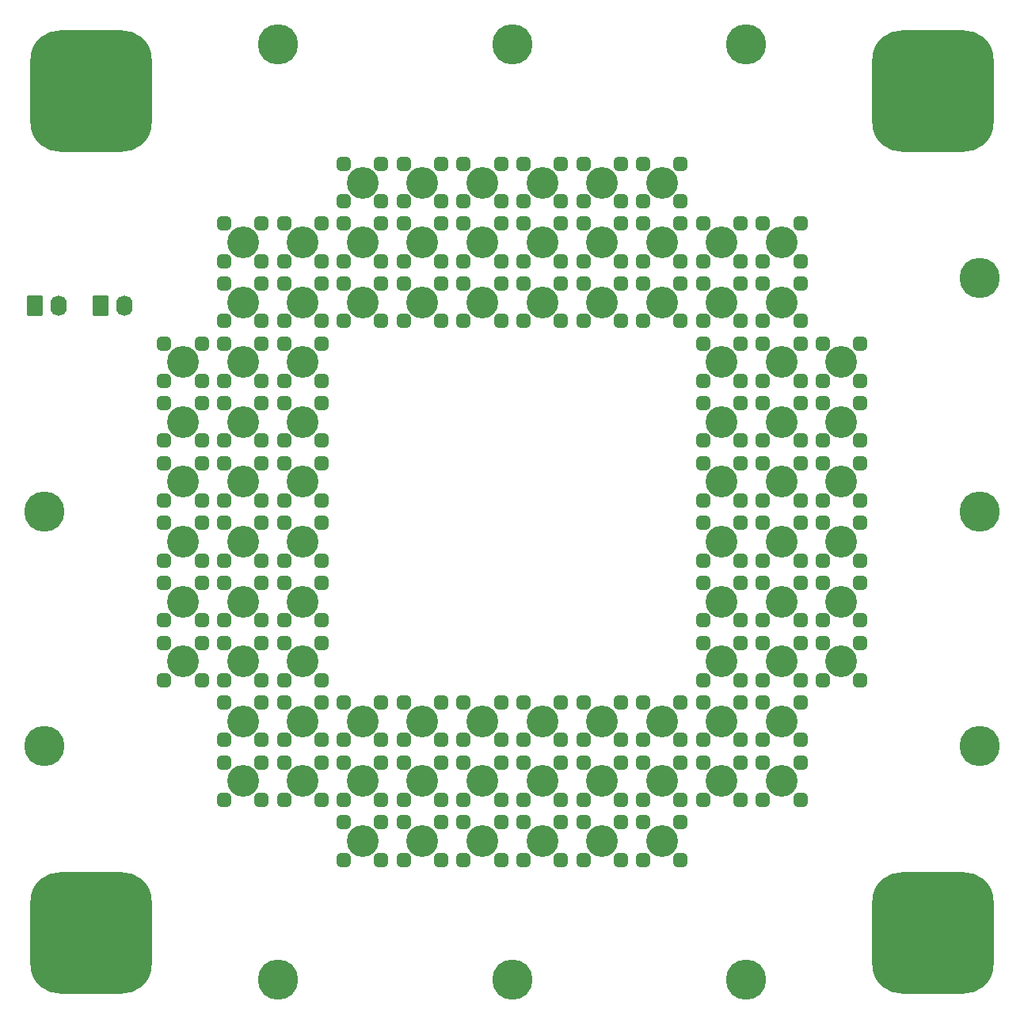
<source format=gbr>
%TF.GenerationSoftware,KiCad,Pcbnew,(6.0.5)*%
%TF.CreationDate,2022-06-16T08:04:58-07:00*%
%TF.ProjectId,LED,4c45442e-6b69-4636-9164-5f7063625858,rev?*%
%TF.SameCoordinates,Original*%
%TF.FileFunction,Soldermask,Top*%
%TF.FilePolarity,Negative*%
%FSLAX46Y46*%
G04 Gerber Fmt 4.6, Leading zero omitted, Abs format (unit mm)*
G04 Created by KiCad (PCBNEW (6.0.5)) date 2022-06-16 08:04:58*
%MOMM*%
%LPD*%
G01*
G04 APERTURE LIST*
G04 Aperture macros list*
%AMRoundRect*
0 Rectangle with rounded corners*
0 $1 Rounding radius*
0 $2 $3 $4 $5 $6 $7 $8 $9 X,Y pos of 4 corners*
0 Add a 4 corners polygon primitive as box body*
4,1,4,$2,$3,$4,$5,$6,$7,$8,$9,$2,$3,0*
0 Add four circle primitives for the rounded corners*
1,1,$1+$1,$2,$3*
1,1,$1+$1,$4,$5*
1,1,$1+$1,$6,$7*
1,1,$1+$1,$8,$9*
0 Add four rect primitives between the rounded corners*
20,1,$1+$1,$2,$3,$4,$5,0*
20,1,$1+$1,$4,$5,$6,$7,0*
20,1,$1+$1,$6,$7,$8,$9,0*
20,1,$1+$1,$8,$9,$2,$3,0*%
G04 Aperture macros list end*
%ADD10RoundRect,0.367500X-0.367500X0.367500X-0.367500X-0.367500X0.367500X-0.367500X0.367500X0.367500X0*%
%ADD11RoundRect,0.367500X0.367500X-0.367500X0.367500X0.367500X-0.367500X0.367500X-0.367500X-0.367500X0*%
%ADD12C,3.400000*%
%ADD13RoundRect,3.250000X-3.250000X-3.250000X3.250000X-3.250000X3.250000X3.250000X-3.250000X3.250000X0*%
%ADD14C,4.300000*%
%ADD15RoundRect,0.367500X-0.367500X-0.367500X0.367500X-0.367500X0.367500X0.367500X-0.367500X0.367500X0*%
%ADD16RoundRect,0.367500X0.367500X0.367500X-0.367500X0.367500X-0.367500X-0.367500X0.367500X-0.367500X0*%
%ADD17RoundRect,0.250000X-0.620000X-0.845000X0.620000X-0.845000X0.620000X0.845000X-0.620000X0.845000X0*%
%ADD18O,1.740000X2.190000*%
G04 APERTURE END LIST*
D10*
%TO.C,D42*%
X180799995Y-81999997D03*
X180799995Y-85999997D03*
D11*
X176799995Y-85999997D03*
X176799995Y-81999997D03*
D12*
X178799995Y-83999997D03*
%TD*%
D13*
%TO.C,U1*%
X194999995Y-144999997D03*
%TD*%
D10*
%TO.C,D47*%
X180799995Y-113999997D03*
X180799995Y-117999997D03*
D11*
X176799995Y-117999997D03*
X176799995Y-113999997D03*
D12*
X178799995Y-115999997D03*
%TD*%
D14*
%TO.C,H10*%
X124999995Y-149999997D03*
%TD*%
D15*
%TO.C,D38*%
X163999995Y-69199997D03*
X167999995Y-69199997D03*
D16*
X167999995Y-73199997D03*
X163999995Y-73199997D03*
D12*
X165999995Y-71199997D03*
%TD*%
D14*
%TO.C,H6*%
X174999995Y-49999997D03*
%TD*%
D17*
%TO.C,J2*%
X98999995Y-77999997D03*
D18*
X101539995Y-77999997D03*
%TD*%
D15*
%TO.C,D3*%
X138399995Y-75599997D03*
X142399995Y-75599997D03*
D16*
X142399995Y-79599997D03*
X138399995Y-79599997D03*
D12*
X140399995Y-77599997D03*
%TD*%
D15*
%TO.C,D2*%
X131999995Y-75599997D03*
X135999995Y-75599997D03*
D16*
X135999995Y-79599997D03*
X131999995Y-79599997D03*
D12*
X133999995Y-77599997D03*
%TD*%
D10*
%TO.C,D48*%
X180799995Y-120399997D03*
X180799995Y-124399997D03*
D11*
X176799995Y-124399997D03*
X176799995Y-120399997D03*
D12*
X178799995Y-122399997D03*
%TD*%
D15*
%TO.C,D1*%
X125599995Y-75599997D03*
X129599995Y-75599997D03*
D16*
X129599995Y-79599997D03*
X125599995Y-79599997D03*
D12*
X127599995Y-77599997D03*
%TD*%
D16*
%TO.C,D55*%
X142399995Y-130799997D03*
X138399995Y-130799997D03*
D15*
X138399995Y-126799997D03*
X142399995Y-126799997D03*
D12*
X140399995Y-128799997D03*
%TD*%
D15*
%TO.C,D4*%
X144799995Y-75599997D03*
X148799995Y-75599997D03*
D16*
X148799995Y-79599997D03*
X144799995Y-79599997D03*
D12*
X146799995Y-77599997D03*
%TD*%
D16*
%TO.C,D82*%
X148799995Y-137199997D03*
X144799995Y-137199997D03*
D15*
X144799995Y-133199997D03*
X148799995Y-133199997D03*
D12*
X146799995Y-135199997D03*
%TD*%
D15*
%TO.C,D32*%
X125599995Y-69199997D03*
X129599995Y-69199997D03*
D16*
X129599995Y-73199997D03*
X125599995Y-73199997D03*
D12*
X127599995Y-71199997D03*
%TD*%
D10*
%TO.C,D76*%
X187199995Y-101199997D03*
X187199995Y-105199997D03*
D11*
X183199995Y-105199997D03*
X183199995Y-101199997D03*
D12*
X185199995Y-103199997D03*
%TD*%
D10*
%TO.C,D75*%
X187199995Y-94799997D03*
X187199995Y-98799997D03*
D11*
X183199995Y-98799997D03*
X183199995Y-94799997D03*
D12*
X185199995Y-96799997D03*
%TD*%
D15*
%TO.C,D70*%
X151199995Y-62799997D03*
X155199995Y-62799997D03*
D16*
X155199995Y-66799997D03*
X151199995Y-66799997D03*
D12*
X153199995Y-64799997D03*
%TD*%
D14*
%TO.C,H2*%
X149999995Y-149999997D03*
%TD*%
D11*
%TO.C,D87*%
X112799995Y-105199997D03*
X112799995Y-101199997D03*
D10*
X116799995Y-101199997D03*
X116799995Y-105199997D03*
D12*
X114799995Y-103199997D03*
%TD*%
D11*
%TO.C,D26*%
X125599995Y-98799997D03*
X125599995Y-94799997D03*
D10*
X129599995Y-94799997D03*
X129599995Y-98799997D03*
D12*
X127599995Y-96799997D03*
%TD*%
D10*
%TO.C,D13*%
X174399995Y-107599997D03*
X174399995Y-111599997D03*
D11*
X170399995Y-111599997D03*
X170399995Y-107599997D03*
D12*
X172399995Y-109599997D03*
%TD*%
D16*
%TO.C,D53*%
X155199995Y-130799997D03*
X151199995Y-130799997D03*
D15*
X151199995Y-126799997D03*
X155199995Y-126799997D03*
D12*
X153199995Y-128799997D03*
%TD*%
D11*
%TO.C,D86*%
X112799995Y-111599997D03*
X112799995Y-107599997D03*
D10*
X116799995Y-107599997D03*
X116799995Y-111599997D03*
D12*
X114799995Y-109599997D03*
%TD*%
D10*
%TO.C,D8*%
X174399995Y-75599997D03*
X174399995Y-79599997D03*
D11*
X170399995Y-79599997D03*
X170399995Y-75599997D03*
D12*
X172399995Y-77599997D03*
%TD*%
D14*
%TO.C,H5*%
X124999995Y-49999997D03*
%TD*%
D11*
%TO.C,D62*%
X119199995Y-105199997D03*
X119199995Y-101199997D03*
D10*
X123199995Y-101199997D03*
X123199995Y-105199997D03*
D12*
X121199995Y-103199997D03*
%TD*%
D14*
%TO.C,H3*%
X149999995Y-49999997D03*
%TD*%
D16*
%TO.C,D65*%
X116799995Y-92399997D03*
X112799995Y-92399997D03*
D15*
X112799995Y-88399997D03*
X116799995Y-88399997D03*
D12*
X114799995Y-90399997D03*
%TD*%
D15*
%TO.C,D7*%
X163999995Y-75599997D03*
X167999995Y-75599997D03*
D16*
X167999995Y-79599997D03*
X163999995Y-79599997D03*
D12*
X165999995Y-77599997D03*
%TD*%
D11*
%TO.C,D25*%
X125599995Y-105199997D03*
X125599995Y-101199997D03*
D10*
X129599995Y-101199997D03*
X129599995Y-105199997D03*
D12*
X127599995Y-103199997D03*
%TD*%
D13*
%TO.C,U2*%
X104999995Y-54999997D03*
%TD*%
D11*
%TO.C,D27*%
X125599995Y-92399997D03*
X125599995Y-88399997D03*
D10*
X129599995Y-88399997D03*
X129599995Y-92399997D03*
D12*
X127599995Y-90399997D03*
%TD*%
D10*
%TO.C,D49*%
X180799995Y-126799997D03*
X180799995Y-130799997D03*
D11*
X176799995Y-130799997D03*
X176799995Y-126799997D03*
D12*
X178799995Y-128799997D03*
%TD*%
D10*
%TO.C,D15*%
X174399995Y-120399997D03*
X174399995Y-124399997D03*
D11*
X170399995Y-124399997D03*
X170399995Y-120399997D03*
D12*
X172399995Y-122399997D03*
%TD*%
D16*
%TO.C,D22*%
X129599995Y-124399997D03*
X125599995Y-124399997D03*
D15*
X125599995Y-120399997D03*
X129599995Y-120399997D03*
D12*
X127599995Y-122399997D03*
%TD*%
D10*
%TO.C,D44*%
X180799995Y-94799997D03*
X180799995Y-98799997D03*
D11*
X176799995Y-98799997D03*
X176799995Y-94799997D03*
D12*
X178799995Y-96799997D03*
%TD*%
D15*
%TO.C,D40*%
X176799995Y-69199997D03*
X180799995Y-69199997D03*
D16*
X180799995Y-73199997D03*
X176799995Y-73199997D03*
D12*
X178799995Y-71199997D03*
%TD*%
D15*
%TO.C,D35*%
X144799995Y-69199997D03*
X148799995Y-69199997D03*
D16*
X148799995Y-73199997D03*
X144799995Y-73199997D03*
D12*
X146799995Y-71199997D03*
%TD*%
D10*
%TO.C,D9*%
X174399995Y-81999997D03*
X174399995Y-85999997D03*
D11*
X170399995Y-85999997D03*
X170399995Y-81999997D03*
D12*
X172399995Y-83999997D03*
%TD*%
D11*
%TO.C,D30*%
X119199995Y-79599997D03*
X119199995Y-75599997D03*
D10*
X123199995Y-75599997D03*
X123199995Y-79599997D03*
D12*
X121199995Y-77599997D03*
%TD*%
D11*
%TO.C,D28*%
X125599995Y-85999997D03*
X125599995Y-81999997D03*
D10*
X129599995Y-81999997D03*
X129599995Y-85999997D03*
D12*
X127599995Y-83999997D03*
%TD*%
D16*
%TO.C,D50*%
X174399995Y-130799997D03*
X170399995Y-130799997D03*
D15*
X170399995Y-126799997D03*
X174399995Y-126799997D03*
D12*
X172399995Y-128799997D03*
%TD*%
D16*
%TO.C,D84*%
X135999995Y-137199997D03*
X131999995Y-137199997D03*
D15*
X131999995Y-133199997D03*
X135999995Y-133199997D03*
D12*
X133999995Y-135199997D03*
%TD*%
D15*
%TO.C,D67*%
X131999995Y-62799997D03*
X135999995Y-62799997D03*
D16*
X135999995Y-66799997D03*
X131999995Y-66799997D03*
D12*
X133999995Y-64799997D03*
%TD*%
D10*
%TO.C,D73*%
X187199995Y-81999997D03*
X187199995Y-85999997D03*
D11*
X183199995Y-85999997D03*
X183199995Y-81999997D03*
D12*
X185199995Y-83999997D03*
%TD*%
D15*
%TO.C,D31*%
X119199995Y-69199997D03*
X123199995Y-69199997D03*
D16*
X123199995Y-73199997D03*
X119199995Y-73199997D03*
D12*
X121199995Y-71199997D03*
%TD*%
D16*
%TO.C,D56*%
X135999995Y-130799997D03*
X131999995Y-130799997D03*
D15*
X131999995Y-126799997D03*
X135999995Y-126799997D03*
D12*
X133999995Y-128799997D03*
%TD*%
D11*
%TO.C,D85*%
X112799995Y-117999997D03*
X112799995Y-113999997D03*
D10*
X116799995Y-113999997D03*
X116799995Y-117999997D03*
D12*
X114799995Y-115999997D03*
%TD*%
D10*
%TO.C,D14*%
X174399995Y-113999997D03*
X174399995Y-117999997D03*
D11*
X170399995Y-117999997D03*
X170399995Y-113999997D03*
D12*
X172399995Y-115999997D03*
%TD*%
D15*
%TO.C,D6*%
X157599995Y-75599997D03*
X161599995Y-75599997D03*
D16*
X161599995Y-79599997D03*
X157599995Y-79599997D03*
D12*
X159599995Y-77599997D03*
%TD*%
D16*
%TO.C,D18*%
X155199995Y-124399997D03*
X151199995Y-124399997D03*
D15*
X151199995Y-120399997D03*
X155199995Y-120399997D03*
D12*
X153199995Y-122399997D03*
%TD*%
D16*
%TO.C,D21*%
X135999995Y-124399997D03*
X131999995Y-124399997D03*
D15*
X131999995Y-120399997D03*
X135999995Y-120399997D03*
D12*
X133999995Y-122399997D03*
%TD*%
D10*
%TO.C,D10*%
X174399995Y-88399997D03*
X174399995Y-92399997D03*
D11*
X170399995Y-92399997D03*
X170399995Y-88399997D03*
D12*
X172399995Y-90399997D03*
%TD*%
D11*
%TO.C,D61*%
X119199995Y-111599997D03*
X119199995Y-107599997D03*
D10*
X123199995Y-107599997D03*
X123199995Y-111599997D03*
D12*
X121199995Y-109599997D03*
%TD*%
D14*
%TO.C,H1*%
X99999995Y-99999997D03*
%TD*%
D16*
%TO.C,D81*%
X155199995Y-137199997D03*
X151199995Y-137199997D03*
D15*
X151199995Y-133199997D03*
X155199995Y-133199997D03*
D12*
X153199995Y-135199997D03*
%TD*%
D17*
%TO.C,J1*%
X105999995Y-77999997D03*
D18*
X108539995Y-77999997D03*
%TD*%
D16*
%TO.C,D80*%
X161599995Y-137199997D03*
X157599995Y-137199997D03*
D15*
X157599995Y-133199997D03*
X161599995Y-133199997D03*
D12*
X159599995Y-135199997D03*
%TD*%
D16*
%TO.C,D29*%
X123199995Y-85999997D03*
X119199995Y-85999997D03*
D15*
X119199995Y-81999997D03*
X123199995Y-81999997D03*
D12*
X121199995Y-83999997D03*
%TD*%
D11*
%TO.C,D64*%
X119199995Y-92399997D03*
X119199995Y-88399997D03*
D10*
X123199995Y-88399997D03*
X123199995Y-92399997D03*
D12*
X121199995Y-90399997D03*
%TD*%
D14*
%TO.C,H12*%
X174999995Y-149999997D03*
%TD*%
D16*
%TO.C,D79*%
X167999995Y-137199997D03*
X163999995Y-137199997D03*
D15*
X163999995Y-133199997D03*
X167999995Y-133199997D03*
D12*
X165999995Y-135199997D03*
%TD*%
D15*
%TO.C,D37*%
X157599995Y-69199997D03*
X161599995Y-69199997D03*
D16*
X161599995Y-73199997D03*
X157599995Y-73199997D03*
D12*
X159599995Y-71199997D03*
%TD*%
D13*
%TO.C,U4*%
X104999995Y-144999997D03*
%TD*%
D14*
%TO.C,H8*%
X199999995Y-124999997D03*
%TD*%
D16*
%TO.C,D83*%
X142399995Y-137199997D03*
X138399995Y-137199997D03*
D15*
X138399995Y-133199997D03*
X142399995Y-133199997D03*
D12*
X140399995Y-135199997D03*
%TD*%
D15*
%TO.C,D72*%
X163999995Y-62799997D03*
X167999995Y-62799997D03*
D16*
X167999995Y-66799997D03*
X163999995Y-66799997D03*
D12*
X165999995Y-64799997D03*
%TD*%
D15*
%TO.C,D33*%
X131999995Y-69199997D03*
X135999995Y-69199997D03*
D16*
X135999995Y-73199997D03*
X131999995Y-73199997D03*
D12*
X133999995Y-71199997D03*
%TD*%
D10*
%TO.C,D78*%
X187199995Y-113999997D03*
X187199995Y-117999997D03*
D11*
X183199995Y-117999997D03*
X183199995Y-113999997D03*
D12*
X185199995Y-115999997D03*
%TD*%
D14*
%TO.C,H4*%
X199999995Y-99999997D03*
%TD*%
D10*
%TO.C,D45*%
X180799995Y-101199997D03*
X180799995Y-105199997D03*
D11*
X176799995Y-105199997D03*
X176799995Y-101199997D03*
D12*
X178799995Y-103199997D03*
%TD*%
D10*
%TO.C,D43*%
X180799995Y-88399997D03*
X180799995Y-92399997D03*
D11*
X176799995Y-92399997D03*
X176799995Y-88399997D03*
D12*
X178799995Y-90399997D03*
%TD*%
D13*
%TO.C,U3*%
X194999995Y-54999997D03*
%TD*%
D10*
%TO.C,D12*%
X174399995Y-101199997D03*
X174399995Y-105199997D03*
D11*
X170399995Y-105199997D03*
X170399995Y-101199997D03*
D12*
X172399995Y-103199997D03*
%TD*%
D15*
%TO.C,D34*%
X138399995Y-69199997D03*
X142399995Y-69199997D03*
D16*
X142399995Y-73199997D03*
X138399995Y-73199997D03*
D12*
X140399995Y-71199997D03*
%TD*%
D16*
%TO.C,D19*%
X148799995Y-124399997D03*
X144799995Y-124399997D03*
D15*
X144799995Y-120399997D03*
X148799995Y-120399997D03*
D12*
X146799995Y-122399997D03*
%TD*%
D14*
%TO.C,H9*%
X199999995Y-74999997D03*
%TD*%
D10*
%TO.C,D74*%
X187199995Y-88399997D03*
X187199995Y-92399997D03*
D11*
X183199995Y-92399997D03*
X183199995Y-88399997D03*
D12*
X185199995Y-90399997D03*
%TD*%
D11*
%TO.C,D60*%
X119199995Y-117999997D03*
X119199995Y-113999997D03*
D10*
X123199995Y-113999997D03*
X123199995Y-117999997D03*
D12*
X121199995Y-115999997D03*
%TD*%
D15*
%TO.C,D69*%
X144799995Y-62799997D03*
X148799995Y-62799997D03*
D16*
X148799995Y-66799997D03*
X144799995Y-66799997D03*
D12*
X146799995Y-64799997D03*
%TD*%
D10*
%TO.C,D11*%
X174399995Y-94799997D03*
X174399995Y-98799997D03*
D11*
X170399995Y-98799997D03*
X170399995Y-94799997D03*
D12*
X172399995Y-96799997D03*
%TD*%
D11*
%TO.C,D59*%
X119199995Y-124399997D03*
X119199995Y-120399997D03*
D10*
X123199995Y-120399997D03*
X123199995Y-124399997D03*
D12*
X121199995Y-122399997D03*
%TD*%
D16*
%TO.C,D16*%
X167999995Y-124399997D03*
X163999995Y-124399997D03*
D15*
X163999995Y-120399997D03*
X167999995Y-120399997D03*
D12*
X165999995Y-122399997D03*
%TD*%
D11*
%TO.C,D88*%
X112799995Y-98799997D03*
X112799995Y-94799997D03*
D10*
X116799995Y-94799997D03*
X116799995Y-98799997D03*
D12*
X114799995Y-96799997D03*
%TD*%
D15*
%TO.C,D36*%
X151199995Y-69199997D03*
X155199995Y-69199997D03*
D16*
X155199995Y-73199997D03*
X151199995Y-73199997D03*
D12*
X153199995Y-71199997D03*
%TD*%
D15*
%TO.C,D39*%
X170399995Y-69199997D03*
X174399995Y-69199997D03*
D16*
X174399995Y-73199997D03*
X170399995Y-73199997D03*
D12*
X172399995Y-71199997D03*
%TD*%
D16*
%TO.C,D52*%
X161599995Y-130799997D03*
X157599995Y-130799997D03*
D15*
X157599995Y-126799997D03*
X161599995Y-126799997D03*
D12*
X159599995Y-128799997D03*
%TD*%
D16*
%TO.C,D54*%
X148799995Y-130799997D03*
X144799995Y-130799997D03*
D15*
X144799995Y-126799997D03*
X148799995Y-126799997D03*
D12*
X146799995Y-128799997D03*
%TD*%
D15*
%TO.C,D71*%
X157599995Y-62799997D03*
X161599995Y-62799997D03*
D16*
X161599995Y-66799997D03*
X157599995Y-66799997D03*
D12*
X159599995Y-64799997D03*
%TD*%
D16*
%TO.C,D57*%
X129599995Y-130799997D03*
X125599995Y-130799997D03*
D15*
X125599995Y-126799997D03*
X129599995Y-126799997D03*
D12*
X127599995Y-128799997D03*
%TD*%
D11*
%TO.C,D66*%
X112799995Y-85999997D03*
X112799995Y-81999997D03*
D10*
X116799995Y-81999997D03*
X116799995Y-85999997D03*
D12*
X114799995Y-83999997D03*
%TD*%
D10*
%TO.C,D77*%
X187199995Y-107599997D03*
X187199995Y-111599997D03*
D11*
X183199995Y-111599997D03*
X183199995Y-107599997D03*
D12*
X185199995Y-109599997D03*
%TD*%
D14*
%TO.C,H7*%
X99999995Y-124999997D03*
%TD*%
D15*
%TO.C,D5*%
X151199995Y-75599997D03*
X155199995Y-75599997D03*
D16*
X155199995Y-79599997D03*
X151199995Y-79599997D03*
D12*
X153199995Y-77599997D03*
%TD*%
D16*
%TO.C,D58*%
X123199995Y-130799997D03*
X119199995Y-130799997D03*
D15*
X119199995Y-126799997D03*
X123199995Y-126799997D03*
D12*
X121199995Y-128799997D03*
%TD*%
D16*
%TO.C,D17*%
X161599995Y-124399997D03*
X157599995Y-124399997D03*
D15*
X157599995Y-120399997D03*
X161599995Y-120399997D03*
D12*
X159599995Y-122399997D03*
%TD*%
D15*
%TO.C,D68*%
X138399995Y-62799997D03*
X142399995Y-62799997D03*
D16*
X142399995Y-66799997D03*
X138399995Y-66799997D03*
D12*
X140399995Y-64799997D03*
%TD*%
D11*
%TO.C,D63*%
X119199995Y-98799997D03*
X119199995Y-94799997D03*
D10*
X123199995Y-94799997D03*
X123199995Y-98799997D03*
D12*
X121199995Y-96799997D03*
%TD*%
D11*
%TO.C,D23*%
X125599995Y-117999997D03*
X125599995Y-113999997D03*
D10*
X129599995Y-113999997D03*
X129599995Y-117999997D03*
D12*
X127599995Y-115999997D03*
%TD*%
D10*
%TO.C,D46*%
X180799995Y-107599997D03*
X180799995Y-111599997D03*
D11*
X176799995Y-111599997D03*
X176799995Y-107599997D03*
D12*
X178799995Y-109599997D03*
%TD*%
D16*
%TO.C,D51*%
X167999995Y-130799997D03*
X163999995Y-130799997D03*
D15*
X163999995Y-126799997D03*
X167999995Y-126799997D03*
D12*
X165999995Y-128799997D03*
%TD*%
D10*
%TO.C,D41*%
X180799995Y-75599997D03*
X180799995Y-79599997D03*
D11*
X176799995Y-79599997D03*
X176799995Y-75599997D03*
D12*
X178799995Y-77599997D03*
%TD*%
D16*
%TO.C,D20*%
X142399995Y-124399997D03*
X138399995Y-124399997D03*
D15*
X138399995Y-120399997D03*
X142399995Y-120399997D03*
D12*
X140399995Y-122399997D03*
%TD*%
D11*
%TO.C,D24*%
X125599995Y-111599997D03*
X125599995Y-107599997D03*
D10*
X129599995Y-107599997D03*
X129599995Y-111599997D03*
D12*
X127599995Y-109599997D03*
%TD*%
M02*

</source>
